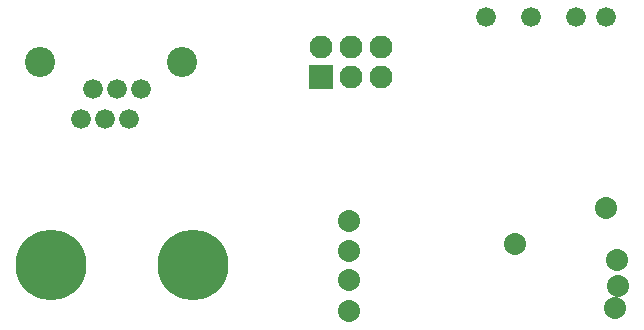
<source format=gbs>
G75*
%MOIN*%
%OFA0B0*%
%FSLAX24Y24*%
%IPPOS*%
%LPD*%
%AMOC8*
5,1,8,0,0,1.08239X$1,22.5*
%
%ADD10C,0.1005*%
%ADD11C,0.0660*%
%ADD12R,0.0820X0.0820*%
%ADD13C,0.0769*%
%ADD14C,0.0735*%
%ADD15C,0.2360*%
D10*
X001738Y009600D03*
X006462Y009600D03*
D11*
X005104Y008694D03*
X004301Y008694D03*
X003498Y008694D03*
X003899Y007694D03*
X003096Y007694D03*
X004702Y007694D03*
X016600Y011100D03*
X018100Y011100D03*
X019600Y011100D03*
X020600Y011100D03*
D12*
X011100Y009100D03*
D13*
X012100Y009100D03*
X013100Y009100D03*
X013100Y010100D03*
X012100Y010100D03*
X011100Y010100D03*
D14*
X020620Y004730D03*
X017570Y003520D03*
X020970Y003000D03*
X021010Y002140D03*
X020900Y001410D03*
X012050Y001300D03*
X012050Y002350D03*
X012050Y003300D03*
X012050Y004300D03*
D15*
X002100Y002850D03*
X006850Y002850D03*
M02*

</source>
